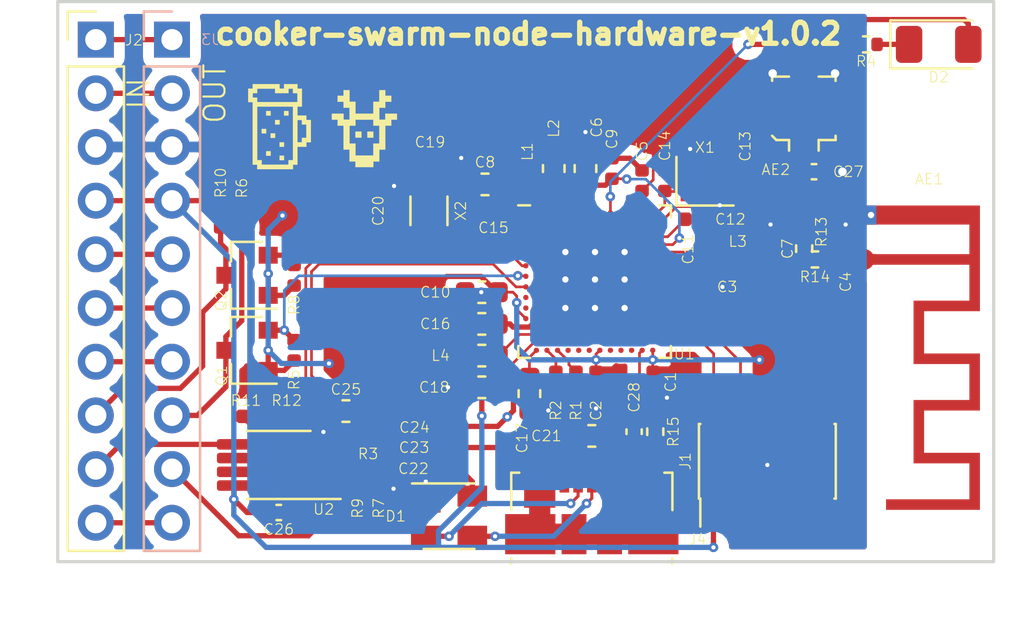
<source format=kicad_pcb>
(kicad_pcb (version 20211014) (generator pcbnew)
  (title_block (title "brewce Cooker Hardware") (date "2023-06-22") (rev "1.0.2") (company "Christian Hirsch") (comment 1 "Copyright 2023 Christian Hirsch") (comment 2 "SPDX-License-Identifier: Apache-2.0 WITH SHL-2.1"))
  (layers (0 "F.Cu" signal) (31 "B.Cu" signal) (34 "B.Paste" user) (35 "F.Paste" user) (36 "B.SilkS" user "B.Silkscreen") (37 "F.SilkS" user "F.Silkscreen") (38 "B.Mask" user) (39 "F.Mask" user) (44 "Edge.Cuts" user))
  (net 0 "")
  (net 1 "VCC")
  (net 2 "Net-(D1-Pad2)")
  (net 3 "/SWDCLK")
  (net 4 "/SWDIO")
  (net 5 "/D-")
  (net 6 "/D+")
  (net 7 "Net-(L1-Pad2)")
  (net 8 "/SWO")
  (net 9 "GND")
  (net 10 "Net-(D1-Pad3)")
  (net 11 "/DEC5")
  (net 12 "/DEC4")
  (net 13 "/ANT")
  (net 14 "/DEC3")
  (net 15 "/DEC1")
  (net 16 "/XC1")
  (net 17 "/XC2")
  (net 18 "/DECUSB")
  (net 19 "/XL1")
  (net 20 "/XL2")
  (net 21 "/DCC")
  (net 22 "/DCCH")
  (net 23 "VBUS")
  (net 24 "Net-(AE1-Pad1)")
  (net 25 "/cooker-swarm-node-hardware-components/V_USB")
  (net 26 "Net-(D2-Pad1)")
  (net 27 "/1")
  (net 28 "/2")
  (net 29 "+5V")
  (net 30 "/5")
  (net 31 "/6")
  (net 32 "/7")
  (net 33 "/IO_IN")
  (net 34 "/POWER_IN")
  (net 35 "/10")
  (net 36 "/POWER_OUT")
  (net 37 "/IO_OUT")
  (net 38 "/LV_IO_OUT")
  (net 39 "/LV_IO_IN")
  (net 40 "Net-(R3-Pad1)")
  (net 41 "Net-(R7-Pad1)")
  (net 42 "/LV_POWER_IN")
  (net 43 "Net-(R11-Pad1)")
  (net 44 "/LV_POWER_OUT")
  (net 45 "/LED")
  (net 46 "Net-(AE2-Pad1)")
  (net 47 "Net-(C7-Pad1)")
  (net 48 "Net-(C28-Pad1)")
  (footprint "Capacitor_SMD:C_0402_1005Metric" (layer "F.Cu") (at 144.25 104.1 180)
    (fp_text reference "C22")
    (fp_text value "100n")
  )
  (footprint "Capacitor_SMD:C_0402_1005Metric" (layer "F.Cu") (at 144.25 102.1 180)
    (fp_text reference "C24")
    (fp_text value "100n")
  )
  (footprint "Capacitor_SMD:C_0402_1005Metric" (layer "F.Cu") (at 151.2 100 -90)
    (fp_text reference "C2")
    (fp_text value "100n")
  )
  (footprint "Capacitor_SMD:C_0402_1005Metric" (layer "F.Cu") (at 153.375 90.475 90)
    (fp_text reference "C5")
    (fp_text value "100n")
  )
  (footprint "Capacitor_SMD:C_0402_1005Metric" (layer "F.Cu") (at 153.9 100 -90)
    (fp_text reference "C1")
    (fp_text value "100n")
  )
  (footprint "Capacitor_SMD:C_0402_1005Metric" (layer "F.Cu") (at 155.9 92.3)
    (fp_text reference "C12")
    (fp_text value "100p")
  )
  (footprint "Capacitor_SMD:C_0402_1005Metric" (layer "F.Cu") (at 158.25 90.5 90)
    (fp_text reference "C13")
    (fp_text value "12p")
  )
  (footprint "Capacitor_SMD:C_0402_1005Metric" (layer "F.Cu") (at 154.45 90.475 -90)
    (fp_text reference "C14")
    (fp_text value "12p")
  )
  (footprint "Capacitor_SMD:C_0402_1005Metric" (layer "F.Cu") (at 146.35 91.9 180)
    (fp_text reference "C15")
    (fp_text value "100n")
  )
  (footprint "Capacitor_SMD:C_0402_1005Metric" (layer "F.Cu") (at 143.35 89.4 180)
    (fp_text reference "C19")
    (fp_text value "12p")
  )
  (footprint "Capacitor_SMD:C_0402_1005Metric" (layer "F.Cu") (at 141.65 91.9 -90)
    (fp_text reference "C20")
    (fp_text value "12p")
  )
  (footprint "Inductor_SMD:L_0603_1608Metric" (layer "F.Cu") (at 149.2 89.9 -90)
    (fp_text reference "L2")
    (fp_text value "10u")
  )
  (footprint "Inductor_SMD:L_0603_1608Metric" (layer "F.Cu") (at 145.8 98.75)
    (fp_text reference "L4")
    (fp_text value "10u")
  )
  (footprint "Package_TO_SOT_SMD:SOT-143" (layer "F.Cu") (at 144.25 106.35)
    (fp_text reference "D1")
    (fp_text value "PRTR5V0U2X")
  )
  (footprint "Capacitor_SMD:C_0402_1005Metric" (layer "F.Cu") (at 159.45 93.715 90)
    (fp_text reference "C7")
    (fp_text value "0.5p")
  )
  (footprint "Capacitor_SMD:C_0402_1005Metric" (layer "F.Cu") (at 156 95.5)
    (fp_text reference "C3")
    (fp_text value "820p")
  )
  (footprint "Package_TO_SOT_SMD:SOT-23" (layer "F.Cu") (at 134.7 98.5 180)
    (fp_text reference "Q1")
    (fp_text value "BSS138")
  )
  (footprint "Resistor_SMD:R_0402_1005Metric" (layer "F.Cu") (at 136.925 94.95 90)
    (fp_text reference "R8")
    (fp_text value "10k")
  )
  (footprint "Capacitor_SMD:C_0402_1005Metric" (layer "F.Cu") (at 151.95 89.9 90)
    (fp_text reference "C9")
    (fp_text value "47n")
  )
  (footprint "RF_Antenna:Texas_SWRA117D_2.4GHz_Right" (layer "F.Cu") (at 164.2 94.2 -90)
    (fp_text reference "AE1")
    (fp_text value "Antenna_Shield")
  )
  (footprint "Resistor_SMD:R_0402_1005Metric" (layer "F.Cu") (at 139.925 104.575 90)
    (fp_text reference "R9")
    (fp_text value "6.8k")
  )
  (footprint "Package_TO_SOT_SMD:SOT-23" (layer "F.Cu") (at 134.7 94.95 180)
    (fp_text reference "Q2")
    (fp_text value "BSS138")
  )
  (footprint "Resistor_SMD:R_0402_1005Metric" (layer "F.Cu") (at 134.975 101.625)
    (fp_text reference "R11")
    (fp_text value "1k")
  )
  (footprint "Resistor_SMD:R_0402_1005Metric" (layer "F.Cu") (at 149.3 100 90)
    (fp_text reference "R2")
    (fp_text value "0")
  )
  (footprint "Capacitor_SMD:C_0603_1608Metric" (layer "F.Cu") (at 150.7 89.9 90)
    (fp_text reference "C6")
    (fp_text value "1u")
  )
  (footprint "Capacitor_SMD:C_0603_1608Metric" (layer "F.Cu") (at 145.95 90.65 180)
    (fp_text reference "C8")
    (fp_text value "1u")
  )
  (footprint "Capacitor_SMD:C_0603_1608Metric" (layer "F.Cu") (at 145.8 95.75 180)
    (fp_text reference "C10")
    (fp_text value "4.7u")
  )
  (footprint "Capacitor_SMD:C_0603_1608Metric" (layer "F.Cu") (at 148.05 100.55 -90)
    (fp_text reference "C17")
    (fp_text value "4.7u")
  )
  (footprint "Capacitor_SMD:C_0603_1608Metric" (layer "F.Cu") (at 151 102.55)
    (fp_text reference "C21")
    (fp_text value "10u")
  )
  (footprint "Inductor_SMD:L_0402_1005Metric" (layer "F.Cu") (at 157.9 94.2 180)
    (fp_text reference "L3")
    (fp_text value "4.7n")
  )
  (footprint "Crystal:Crystal_SMD_2016-4Pin_2.0x1.6mm" (layer "F.Cu") (at 156.35 90.5)
    (fp_text reference "X1")
    (fp_text value "32MHz, 8pF")
  )
  (footprint "Crystal:Crystal_SMD_3215-2Pin_3.2x1.5mm" (layer "F.Cu") (at 143.3 91.9 -90)
    (fp_text reference "X2")
    (fp_text value "32,768kHz, 9pF")
  )
  (footprint "Capacitor_SMD:C_0603_1608Metric" (layer "F.Cu") (at 145.8 97.25 180)
    (fp_text reference "C16")
    (fp_text value "4.7u")
  )
  (footprint "Resistor_SMD:R_0402_1005Metric" (layer "F.Cu") (at 150.25 100 -90)
    (fp_text reference "R1")
    (fp_text value "0")
  )
  (footprint "Capacitor_SMD:C_0402_1005Metric" (layer "F.Cu") (at 163 93.715 90)
    (fp_text reference "C4")
    (fp_text value "N.C.")
  )
  (footprint "Capacitor_SMD:C_0402_1005Metric" (layer "F.Cu") (at 156.35 93.715 90)
    (fp_text reference "C11")
    (fp_text value "0.8p")
  )
  (footprint "Inductor_SMD:L_0402_1005Metric" (layer "F.Cu") (at 147.95 90.45 90)
    (fp_text reference "L1")
    (fp_text value "15n")
  )
  (footprint "Connector_PinHeader_1.27mm:PinHeader_2x05_P1.27mm_Vertical_SMD" (layer "F.Cu") (at 159.3 103.75 90)
    (fp_text reference "J1")
    (fp_text value "Conn_ARM_JTAG_SWD_10")
  )
  (footprint "Resistor_SMD:R_0402_1005Metric" (layer "F.Cu") (at 140.425 102.65 180)
    (fp_text reference "R3")
    (fp_text value "100k")
  )
  (footprint "Resistor_SMD:R_0402_1005Metric" (layer "F.Cu") (at 136.925 98.5 90)
    (fp_text reference "R5")
    (fp_text value "10k")
  )
  (footprint "Resistor_SMD:R_0402_1005Metric" (layer "F.Cu") (at 134.45 92.2 -90)
    (fp_text reference "R6")
    (fp_text value "10k")
  )
  (footprint "Resistor_SMD:R_0402_1005Metric" (layer "F.Cu") (at 136.9 101.625)
    (fp_text reference "R12")
    (fp_text value "1.5k")
  )
  (footprint "Connector_USB:USB_Micro-B_Molex_47346-0001" (layer "F.Cu") (at 151 106)
    (fp_text reference "J4")
    (fp_text value "USB_B_Micro")
  )
  (footprint "Capacitor_SMD:C_0603_1608Metric" (layer "F.Cu") (at 139.375 101.375 180)
    (fp_text reference "C25")
    (fp_text value "1u")
  )
  (footprint "Connector_PinHeader_2.54mm:PinHeader_1x10_P2.54mm_Vertical" (layer "F.Cu") (at 127.55 83.8)
    (fp_text reference "J2")
    (fp_text value "Conn_INPUT")
  )
  (footprint "Capacitor_SMD:C_0402_1005Metric" (layer "F.Cu") (at 144.25 103.1 180)
    (fp_text reference "C23")
    (fp_text value "10n")
  )
  (footprint "Resistor_SMD:R_0402_1005Metric" (layer "F.Cu") (at 133.45 92.2 -90)
    (fp_text reference "R10")
    (fp_text value "10k (N.C.)")
  )
  (footprint "Capacitor_SMD:C_0603_1608Metric" (layer "F.Cu") (at 145.8 100.25 180)
    (fp_text reference "C18")
    (fp_text value "4.7u")
  )
  (footprint "Resistor_SMD:R_0402_1005Metric" (layer "F.Cu") (at 140.925 104.575 -90)
    (fp_text reference "R7")
    (fp_text value "10k")
  )
  (footprint "Package_DFN_QFN:Nordic_AQFN-73-1EP_7x7mm_P0.5mm" (layer "F.Cu") (at 151.13 95.25)
    (fp_text reference "U1")
    (fp_text value "nRF52840")
  )
  (footprint "Package_SO:MSOP-8_3x3mm_P0.65mm" (layer "F.Cu") (at 136.2 103.925 180)
    (fp_text reference "U2")
    (fp_text value "MCP6002-xMS")
  )
  (footprint "Misc:brewce_logo_1200" (layer "F.Cu") (at 136.025 88.025)
    (fp_text reference "G***" hide)
    (fp_text value "LOGO" hide)
  )
  (footprint "Misc:didee_logo_4.9x4" (layer "F.Cu") (at 140.25 88.025)
    (fp_text reference "G***" hide)
    (fp_text value "LOGO" hide)
  )
  (footprint "Capacitor_SMD:C_0402_1005Metric" (layer "F.Cu") (at 153 102.35 90)
    (fp_text reference "C28")
    (fp_text value "100n")
  )
  (footprint "Resistor_SMD:R_0402_1005Metric" (layer "F.Cu") (at 154 102.35 -90)
    (fp_text reference "R15")
    (fp_text value "10k")
  )
  (footprint "Resistor_SMD:R_0402_1005Metric" (layer "F.Cu") (at 163.975 84.025)
    (fp_text reference "R4")
    (fp_text value "10k")
  )
  (footprint "Capacitor_SMD:C_0402_1005Metric" (layer "F.Cu") (at 136.2 106.175)
    (fp_text reference "C26")
    (fp_text value "10n")
  )
  (footprint "Capacitor_SMD:C_0402_1005Metric" (layer "F.Cu") (at 161.505 90.05 180)
    (fp_text reference "C27")
    (fp_text value "N.C.")
  )
  (footprint "Resistor_SMD:R_0402_1005Metric" (layer "F.Cu") (at 161.04 93.69 90)
    (fp_text reference "R13")
    (fp_text value "0")
  )
  (footprint "Resistor_SMD:R_0402_1005Metric" (layer "F.Cu") (at 161.55 94.2 180)
    (fp_text reference "R14")
    (fp_text value "0")
  )
  (footprint "Connector_Coaxial:U.FL_Molex_MCRF_73412-0110_Vertical" (layer "F.Cu") (at 161.025 87.05)
    (fp_text reference "AE2")
    (fp_text value "Antenna_Shield")
  )
  (footprint "LED_SMD:LED_1206_3216Metric" (layer "F.Cu") (at 167.4 84.025)
    (fp_text reference "D2")
    (fp_text value "LED")
  )
  (footprint "Connector_PinSocket_2.54mm:PinSocket_1x10_P2.54mm_Vertical" (layer "B.Cu") (at 131.15 83.8 180)
    (fp_text reference "J3")
    (fp_text value "Conn_OUTPUT")
  )
  (gr_line (start 170 82) (end 170 108.5) (layer "Edge.Cuts") (width 0.15))
  (gr_line (start 125.75 82) (end 170 82) (layer "Edge.Cuts") (width 0.15))
  (gr_line (start 125.75 108.5) (end 125.75 82) (layer "Edge.Cuts") (width 0.15))
  (gr_line (start 170 108.5) (end 125.75 108.5) (layer "Edge.Cuts") (width 0.15))
  (gr_text "cooker-swarm-node-hardware-v1.0.2" (at 148 83.525) (layer "F.SilkS") (effects (font (size 1 1) (thickness 0.25))))
  (gr_text "IN" (at 129.575 86.35 90) (layer "F.SilkS") (effects (font (size 1 1) (thickness 0.1))))
  (gr_text "OUT" (at 133.175 86.35 90) (layer "F.SilkS") (effects (font (size 1 1) (thickness 0.1))))
  (segment (start 151.2 99) (end 151.2 98.68) (width 0.127) (layer "F.Cu") (net 1))
  (segment (start 153.88 99) (end 153.88 99.495) (width 0.127) (layer "F.Cu") (net 1))
  (segment (start 136.46 99.45) (end 136.925 98.985) (width 0.25) (layer "F.Cu") (net 1))
  (segment (start 146.507602 95.75) (end 145.762592 95.00499) (width 0.25) (layer "F.Cu") (net 1))
  (segment (start 147.88 91.7925) (end 146.7375 90.65) (width 0.25) (layer "F.Cu") (net 1))
  (segment (start 151.2 99.515) (end 151.2 99) (width 0.127) (layer "F.Cu") (net 1))
  (segment (start 136.46 95.9) (end 136.925 95.435) (width 0.25) (layer "F.Cu") (net 1))
  (segment (start 153.88 98.5) (end 153.88 99) (width 0.127) (layer "F.Cu") (net 1))
  (segment (start 135.7 94.875) (end 135.7 95.9) (width 0.25) (layer "F.Cu") (net 1))
  (segment (start 144.14501 95.00499) (end 144 95.15) (width 0.25) (layer "F.Cu") (net 1))
  (segment (start 135.7 99.45) (end 136.46 99.45) (width 0.25) (layer "F.Cu") (net 1))
  (segment (start 168.8 83.05) (end 168.6 82.85) (width 0.25) (layer "F.Cu") (net 1))
  (segment (start 147.45 96.25) (end 147.45 95.931802) (width 0.127) (layer "F.Cu") (net 1))
  (segment (start 147.2 95.75) (end 146.5875 95.75) (width 0.127) (layer "F.Cu") (net 1))
  (segment (start 147.45 96.57) (end 147.45 96.25) (width 0.127) (layer "F.Cu") (net 1))
  (segment (start 153.38 91.055) (end 153.45 90.985) (width 0.127) (layer "F.Cu") (net 1))
  (segment (start 153.375 90.96) (end 153.90351 90.43149) (width 0.127) (layer "F.Cu") (net 1))
  (segment (start 168.6 82.85) (end 163.45 82.85) (width 0.25) (layer "F.Cu") (net 1))
  (segment (start 168.8 84.025) (end 168.8 83.05) (width 0.25) (layer "F.Cu") (net 1))
  (segment (start 147.88 92.5) (end 147.88 91.7925) (width 0.25) (layer "F.Cu") (net 1))
  (segment (start 135.7 95.9) (end 136.46 95.9) (width 0.25) (layer "F.Cu") (net 1))
  (segment (start 153.38 92) (end 153.38 91.6) (width 0.127) (layer "F.Cu") (net 1))
  (segment (start 153.88 99.495) (end 153.9 99.515) (width 0.127) (layer "F.Cu") (net 1))
  (segment (start 146.5875 95.75) (end 146.507602 95.75) (width 0.25) (layer "F.Cu") (net 1))
  (segment (start 147.88 97) (end 147.45 96.57) (width 0.127) (layer "F.Cu") (net 1))
  (segment (start 135.7 99.45) (end 135.7 98.5) (width 0.25) (layer "F.Cu") (net 1))
  (segment (start 147.45 95.931802) (end 147.268198 95.75) (width 0.127) (layer "F.Cu") (net 1))
  (segment (start 145.762592 95.00499) (end 144.14501 95.00499) (width 0.25) (layer "F.Cu") (net 1))
  (segment (start 153.90351 90.43149) (end 153.90351 89.05351) (width 0.127) (layer "F.Cu") (net 1))
  (segment (start 147.268198 95.75) (end 147.2 95.75) (width 0.127) (layer "F.Cu") (net 1))
  (segment (start 151.2 98.68) (end 151.38 98.5) (width 0.127) (layer "F.Cu") (net 1))
  (segment (start 153.38 91.6) (end 153.38 91.055) (width 0.127) (layer "F.Cu") (net 1))
  (via (at 138.575 99.125) (size 0.45) (drill 0.2) (layers "F.Cu" "B.Cu") (net 1))
  (via (at 147.45 96.25) (size 0.45) (drill 0.2) (layers "F.Cu" "B.Cu") (net 1))
  (via (at 136.375 92.125) (size 0.45) (drill 0.2) (layers "F.Cu" "B.Cu") (net 1))
  (via (at 153.88 98.95) (size 0.45) (drill 0.2) (layers "F.Cu" "B.Cu") (net 1))
  (via (at 135.7 94.875) (size 0.45) (drill 0.2) (layers "F.Cu" "B.Cu") (net 1))
  (via (at 151.2 98.95) (size 0.45) (drill 0.2) (layers "F.Cu" "B.Cu") (net 1))
  (via (at 158.925 98.95) (size 0.45) (drill 0.2) (layers "F.Cu" "B.Cu") (net 1))
  (via (at 135.7 98.5) (size 0.45) (drill 0.2) (layers "F.Cu" "B.Cu") (net 1))
  (segment (start 136.325 99.125) (end 138.575 99.125) (width 0.25) (layer "B.Cu") (net 1))
  (segment (start 135.7 98.5) (end 135.7 94.875) (width 0.25) (layer "B.Cu") (net 1))
  (segment (start 135.7 92.8) (end 136.375 92.125) (width 0.25) (layer "B.Cu") (net 1))
  (segment (start 135.7 98.5) (end 136.325 99.125) (width 0.25) (layer "B.Cu") (net 1))
  (segment (start 153.88 98.95) (end 151.2 98.95) (width 0.25) (layer "B.Cu") (net 1))
  (segment (start 151.2 98.95) (end 148.05 98.95) (width 0.25) (layer "B.Cu") (net 1))
  (segment (start 148.05 98.95) (end 147.45 98.35) (width 0.25) (layer "B.Cu") (net 1))
  (segment (start 153.88 98.95) (end 158.925 98.95) (width 0.25) (layer "B.Cu") (net 1))
  (segment (start 147.45 98.35) (end 147.45 96.25) (width 0.25) (layer "B.Cu") (net 1))
  (segment (start 135.7 94.875) (end 135.7 92.8) (width 0.25) (layer "B.Cu") (net 1))
  (segment (start 150.35 105.4) (end 150 105.75) (width 0.145) (layer "F.Cu") (net 2))
  (segment (start 150.35 104.54) (end 150.35 105.4) (width 0.145) (layer "F.Cu") (net 2))
  (segment (start 150.35 104.54) (end 150.35 103.49174) (width 0.127) (layer "F.Cu") (net 2))
  (segment (start 143.15 107.3) (end 144.25 107.3) (width 0.25) (layer "F.Cu") (net 2))
  (segment (start 150.85851 102.98323) (end 150.85851 102.11677) (width 0.127) (layer "F.Cu") (net 2))
  (segment (start 149.3 101.1) (end 149.3 100.485) (width 0.127) (layer "F.Cu") (net 2))
  (segment (start 150.85851 102.11677) (end 150.59174 101.85) (width 0.127) (layer "F.Cu") (net 2))
  (segment (start 150.35 103.49174) (end 150.85851 102.98323) (width 0.127) (layer "F.Cu") (net 2))
  (segment (start 150.59174 101.85) (end 150.05 101.85) (width 0.127) (layer "F.Cu") (net 2))
  (segment (start 150.05 101.85) (end 149.3 101.1) (width 0.127) (layer "F.Cu") (net 2))
  (via (at 150 105.75) (size 0.45) (drill 0.2) (layers "F.Cu" "B.Cu") (net 2))
  (via (at 144.25 107.3) (size 0.45) (drill 0.2) (layers "F.Cu" "B.Cu") (net 2))
  (segment (start 150 105.75) (end 145.8 105.75) (width 0.25) (layer "B.Cu") (net 2))
  (segment (start 145.8 105.75) (end 144.25 107.3) (width 0.25) (layer "B.Cu") (net 2))
  (segment (start 156.475 97.5) (end 158.03 99.055) (width 0.127) (layer "F.Cu") (net 3))
  (segment (start 158.03 99.055) (end 158.03 101.8) (width 0.127) (layer "F.Cu") (net 3))
  (segment (start 154.38 97.5) (end 156.475 97.5) (width 0.127) (layer "F.Cu") (net 3))
  (segment (start 156.76 98.66) (end 156.1 98) (width 0.127) (layer "F.Cu") (net 4))
  (segment (start 156.1 98) (end 154.38 98) (width 0.127) (layer "F.Cu") (net 4))
  (segment (start 156.76 101.8) (end 156.76 98.66) (width 0.127) (layer "F.Cu") (net 4))
  (segment (start 149.3 99.515) (end 149.3 98.92) (width 0.127) (layer "F.Cu") (net 5))
  (segment (start 149.3 98.92) (end 148.88 98.5) (width 0.127) (layer "F.Cu") (net 5))
  (segment (start 149.915832 99.180832) (end 149.915832 99.035832) (width 0.127) (layer "F.Cu") (net 6))
  (segment (start 149.915832 99.035832) (end 149.504999 98.624999) (width 0.127) (layer "F.Cu") (net 6))
  (segment (start 150.25 99.515) (end 149.915832 99.180832) (width 0.127) (layer "F.Cu") (net 6))
  (segment (start 149.504999 98.624999) (end 149.38 98.5) (width 0.127) (layer "F.Cu") (net 6))
  (segment (start 148.3475 89.965) (end 149.2 89.1125) (width 0.25) (layer "F.Cu") (net 7))
  (segment (start 147.95 89.965) (end 148.3475 89.965) (width 0.25) (layer "F.Cu") (net 7))
  (segment (start 154.8 101.175) (end 155.4 101.775) (width 0.127) (layer "F.Cu") (net 8))
  (segment (start 153.255001 98.624999) (end 153.255001 100.905001) (width 0.127) (layer "F.Cu") (net 8))
  (segment (start 153.38 98.5) (end 153.255001 98.624999) (width 0.127) (layer "F.Cu") (net 8))
  (segment (start 159.058501 103.491499) (end 159.3 103.25) (width 0.127) (layer "F.Cu") (net 8))
  (segment (start 153.255001 100.905001) (end 153.525 101.175) (width 0.127) (layer "F.Cu") (net 8))
  (segment (start 159.3 103.25) (end 159.3 101.8) (width 0.127) (layer "F.Cu") (net 8))
  (segment (start 155.4 101.775) (end 155.4 102.775) (width 0.127) (layer "F.Cu") (net 8))
  (segment (start 153.525 101.175) (end 154.8 101.175) (width 0.127) (layer "F.Cu") (net 8))
  (segment (start 155.4 102.775) (end 156.116499 103.491499) (width 0.127) (layer "F.Cu") (net 8))
  (segment (start 156.116499 103.491499) (end 159.058501 103.491499) (width 0.127) (layer "F.Cu") (net 8))
  (segment (start 144.825 89.4) (end 145.1625 89.7375) (width 0.25) (layer "F.Cu") (net 9))
  (segment (start 143.15 104.715) (end 143.765 104.1) (width 0.25) (layer "F.Cu") (net 9))
  (segment (start 157.05 91.635) (end 157.05 91.05) (width 0.25) (layer "F.Cu") (net 9))
  (segment (start 159.3 103.925) (end 159 103.925) (width 0.25) (layer "F.Cu") (net 9))
  (segment (start 138.3125 102.3625) (end 138.5875 102.0875) (width 0.127) (layer "F.Cu") (net 9))
  (segment (start 159.55 87.05) (end 159.55 85.4) (width 0.25) (layer "F.Cu") (net 9))
  (segment (start 153.375 89.99) (end 152.8 89.415) (width 0.25) (layer "F.Cu") (net 9))
  (segment (start 161.84 105.7) (end 161.84 104.25) (width 0.25) (layer "F.Cu") (net 9))
  (segment (start 145.0125 95.75) (end 145.775 95.75) (width 0.25) (layer "F.Cu") (net 9))
  (segment (start 150.7 89.1125) (end 150.7 88.175) (width 0.25) (layer "F.Cu") (net 9))
  (segment (start 143.15 105.58) (end 143.15 104.715) (width 0.25) (layer "F.Cu") (net 9))
  (segment (start 148.05 101.3375) (end 148.934326 101.3375) (width 0.25) (layer "F.Cu") (net 9))
  (segment (start 151.6475 89.1125) (end 151.95 89.415) (width 0.25) (layer "F.Cu") (net 9))
  (segment (start 138.5875 102.0875) (end 138.3125 102.3625) (width 0.127) (layer "F.Cu") (net 9))
  (segment (start 141.615 105.06) (end 141.625 105.05) (width 0.127) (layer "F.Cu") (net 9))
  (segment (start 145.0125 100.25) (end 144.2 100.25) (width 0.25) (layer "F.Cu") (net 9))
  (segment (start 164.2 92.1) (end 163.45 92.1) (width 0.25) (layer "F.Cu") (net 9))
  (segment (start 161.515 103.925) (end 159.3 103.925) (width 0.25) (layer "F.Cu") (net 9))
  (segment (start 143.765 104.1) (end 143.765 103.1) (width 0.25) (layer "F.Cu") (net 9))
  (segment (start 155.73 93.85) (end 156.35 93.23) (width 0.127) (layer "F.Cu") (net 9))
  (segment (start 137.8 101.625) (end 138.05 101.375) (width 0.127) (layer "F.Cu") (net 9))
  (segment (start 151.7875 102.55) (end 151.7875 103.125) (width 0.25) (layer "F.Cu") (net 9))
  (segment (start 158.185 91.05) (end 158.25 90.985) (width 0.127) (layer "F.Cu") (net 9))
  (segment (start 128.752081 88.88) (end 131.15 88.88) (width 0.25) (layer "F.Cu") (net 9))
  (segment (start 148.934326 101.3375) (end 148.943579 101.346753) (width 0.25) (layer "F.Cu") (net 9))
  (segment (start 137.385 101.625) (end 137.8 101.625) (width 0.127) (layer "F.Cu") (net 9))
  (segment (start 157.05 91.05) (end 158.185 91.05) (width 0.127) (layer "F.Cu") (net 9))
  (segment (start 161.84 104.25) (end 161.515 103.925) (width 0.25) (layer "F.Cu") (net 9))
  (segment (start 161.985 90.05) (end 162.85 90.05) (width 0.25) (layer "F.Cu") (net 9))
  (segment (start 162.5 87.05) (end 162.5 85.4) (width 0.25) (layer "F.Cu") (net 9))
  (segment (start 149.63 92.5) (end 149.63 93.3718) (width 0.25) (layer "F.Cu") (net 9))
  (segment (start 154.45 89.99) (end 155.61 89.99) (width 0.25) (layer "F.Cu") (net 9))
  (segment (start 145.865 91.3525) (end 145.1625 90.65) (width 0.25) (layer "F.Cu") (net 9))
  (segment (start 143.765 103.1) (end 143.765 102.1) (width 0.25) (layer "F.Cu") (net 9))
  (segment (start 159.45 93.23) (end 159.45 92.55) (width 0.25) (layer "F.Cu") (net 9))
  (segment (start 153.9 100.485) (end 154.2935 100.485) (width 0.127) (layer "F.Cu") (net 9))
  (segment (start 151.2 100.485) (end 151.2 101.25) (width 0.25) (layer "F.Cu") (net 9))
  (segment (start 153.88 93.75) (end 153.25 93.75) (width 0.25) (layer "F.Cu") (net 9))
  (segment (start 162.5 85.4) (end 161.175 85.4) (width 0.25) (layer "F.Cu") (net 9))
  (segment (start 152.8 89.415) (end 151.95 89.415) (width 0.25) (layer "F.Cu") (net 9))
  (segment (start 158.03 104.25) (end 158.355 103.925) (width 0.25) (layer "F.Cu") (net 9))
  (segment (start 159.3 104.225) (end 159.3 103.925) (width 0.25) (layer "F.Cu") (net 9))
  (segment (start 138.3125 102.3625) (end 138.3125 102.95) (width 0.127) (layer "F.Cu") (net 9))
  (segment (start 163 93.23) (end 163 92.55) (width 0.25) (layer "F.Cu") (net 9))
  (segment (start 154.2935 100.485) (end 154.55 100.7415) (width 0.127) (layer "F.Cu") (net 9))
  (segment (start 136.68 106.175) (end 136.68 103.67) (width 0.25) (layer "F.Cu") (net 9))
  (segment (start 152.3 103.6375) (end 152.3 104.54) (width 0.25) (layer "F.Cu") (net 9))
  (segment (start 140.925 105.06) (end 141.615 105.06) (width 0.127) (layer "F.Cu") (net 9))
  (segment (start 156.485 95.5) (end 157.175 95.5) (width 0.25) (layer "F.Cu") (net 9))
  (segment (start 150.7 89.1125) (end 151.6475 89.1125) (width 0.25) (layer "F.Cu") (net 9))
  (segment (start 156.385 92.3) (end 157.05 91.635) (width 0.25) (layer "F.Cu") (net 9))
  (segment (start 161.175 85.4) (end 161.025 85.55) (width 0.25) (layer "F.Cu") (net 9))
  (segment (start 145.865 91.9) (end 145.865 91.3525) (width 0.25) (layer "F.Cu") (net 9))
  (segment (start 151.7875 103.125) (end 152.3 103.6375) (width 0.25) (layer "F.Cu") (net 9))
  (segment (start 127.55 88.88) (end 128.752081 88.88) (width 0.25) (layer "F.Cu") (net 9))
  (segment (start 145.0125 97.25) (end 145.0125 95.75) (width 0.25) (layer "F.Cu") (net 9))
  (segment (start 153.97 101.87) (end 154 101.84) (width 0.25) (layer "F.Cu") (net 9))
  (segment (start 153.88 93.75) (end 154.1 93.75) (width 0.127) (layer "F.Cu") (net 9))
  (segment (start 159.3 104.225) (end 159.3 105.7) (width 0.25) (layer "F.Cu") (net 9))
  (segment (start 151.7875 102.55) (end 152.32 102.55) (width 0.25) (layer "F.Cu") (net 9))
  (segment (start 155.65 89.95) (end 155.65 88.975) (width 0.25) (layer "F.Cu") (net 9))
  (segment (start 136.68 103.67) (end 137.4 102.95) (width 0.25) (layer "F.Cu") (net 9))
  (segment (start 155.61 89.99) (end 155.65 89.95) (width 0.25) (layer "F.Cu") (net 9))
  (segment (start 145.1625 89.7375) (end 144.825 89.4) (width 0.25) (layer "F.Cu") (net 9))
  (segment (start 154.2 93.85) (end 155.73 93.85) (width 0.127) (layer "F.Cu") (net 9))
  (segment (start 160.875 85.4) (end 161.025 85.55) (width 0.25) (layer "F.Cu") (net 9))
  (segment (start 151.7875 101.8375) (end 151.7875 102.55) (width 0.25) (layer "F.Cu") (net 9))
  (segment (start 138.5875 102.0875) (end 138.5875 101.375) (width 0.127) (layer "F.Cu") (net 9))
  (segment (start 141.65 91.415) (end 141.65 90.725) (width 0.25) (layer "F.Cu") (net 9))
  (segment (start 144.825 89.4) (end 143.835 89.4) (width 0.25) (layer "F.Cu") (net 9))
  (segment (start 138.05 101.375) (end 138.5875 101.375) (width 0.127) (layer "F.Cu") (net 9))
  (segment (start 137.4 102.95) (end 138.3125 102.95) (width 0.25) (layer "F.Cu") (net 9))
  (segment (start 152.32 102.55) (end 153 101.87) (width 0.25) (layer "F.Cu") (net 9))
  (segment (start 158.355 103.925) (end 159.3 103.925) (width 0.25) (layer "F.Cu") (net 9))
  (segment (start 159.3 103.925) (end 159 103.925) (width 0.25) (layer "F.Cu") (net 9))
  (segment (start 154.1 93.75) (end 154.2 93.85) (width 0.127) (layer "F.Cu") (net 9))
  (segment (start 159.55 85.4) (end 160.875 85.4) (width 0.25) (layer "F.Cu") (net 9))
  (segment (start 153.25 93.75) (end 153 93.5) (width 0.25) (layer "F.Cu") (net 9))
  (segment (start 153 101.87) (end 153.97 101.87) (width 0.25) (layer "F.Cu") (net 9))
  (segment (start 145.1625 90.65) (end 145.1625 89.7375) (width 0.25) (layer "F.Cu") (net 9))
  (segment (start 158.03 105.7) (end 158.03 104.25) (width 0.25) (layer "F.Cu") (net 9))
  (segment (start 163.45 92.1) (end 163 92.55) (width 0.25) (layer "F.Cu") (net 9))
  (segment (start 151.2 101.25) (end 151.7875 101.8375) (width 0.25) (layer "F.Cu") (net 9))
  (segment (start 149.63 93.3718) (end 149.606 93.3958) (width 0.25) (layer "F.Cu") (net 9))
  (via (at 151.15 95.15) (size 0.6) (drill 0.3) (layers "F.Cu" "B.Cu") (net 9))
  (via (at 162.85 90.05) (size 0.8) (drill 0.4) (layers "F.Cu" "B.Cu") (net 9))
  (via (at 143.15 104.715) (size 0.45) (drill 0.2) (layers "F.Cu" "B.Cu") (net 9))
  (via (at 144.825 89.4) (size 0.45) (drill 0.2) (layers "F.Cu" "B.Cu") (net 9))
  (via (at 138.3125 102.3625) (size 0.45) (drill 0.2) (layers "F.Cu" "B.Cu") (net 9))
  (via (at 152.55 95.15) (size 0.6) (drill 0.3) (layers "F.Cu" "B.Cu") (net 9))
  (via (at 151.15 96.5) (size 0.6) (drill 0.3) (layers "F.Cu" "B.Cu") (net 9))
  (via (at 151.15 93.85) (size 0.6) (drill 0.3) (layers "F.Cu" "B.Cu") (net 9))
  (via (at 155.65 88.975) (size 0.45) (drill 0.2) (layers "F.Cu" "B.Cu") (net 9))
  (via (at 145.775 95.75) (size 0.45) (drill 0.2) (layers "F.Cu" "B.Cu") (net 9))
  (via (at 152.55 93.85) (size 0.6) (drill 0.3) (layers "F.Cu" "B.Cu") (net 9))
  (via (at 149.75 96.5) (size 0.6) (drill 0.3) (layers "F.Cu" "B.Cu") (net 9))
  (via (at 157.175 95.5) (size 0.45) (drill 0.2) (layers "F.Cu" "B.Cu") (net 9))
  (via (at 150.7 88.175) (size 0.45) (drill 0.2) (layers "F.Cu" "B.Cu") (net 9))
  (via (at 141.65 90.725) (size 0.45) (drill 0.2) (layers "F.Cu" "B.Cu") (net 9))
  (via (at 159.3 103.925) (size 0.45) (drill 0.2) (layers "F.Cu" "B.Cu") (net 9))
  (via (at 152.55 96.5) (size 0.6) (drill 0.3) (layers "F.Cu" "B.Cu") (net 9))
  (via (at 141.625 105.05) (size 0.45) (drill 0.2) (layers "F.Cu" "B.Cu") (net 9))
  (via (at 159.55 85.4) (size 0.8) (drill 0.4) (layers "F.Cu" "B.Cu") (net 9))
  (via (at 159.45 92.55) (size 0.45) (drill 0.2) (layers "F.Cu" "B.Cu") (net 9))
  (via (at 148.943579 101.346753) (size 0.45) (drill 0.2) (layers "F.Cu" "B.Cu") (net 9))
  (via (at 154.55 100.7415) (size 0.45) (drill 0.2) (layers "F.Cu" "B.Cu") (net 9))
  (via (at 149.75 95.15) (size 0.6) (drill 0.3) (layers "F.Cu" "B.Cu") (net 9))
  (via (at 157.05 91.635) (size 0.45) (drill 0.2) (layers "F.Cu" "B.Cu") (net 9))
  (via (at 162.5 85.4) (size 0.8) (drill 0.4) (layers "F.Cu" "B.Cu") (net 9))
  (via (at 149.75 93.85) (size 0.6) (drill 0.3) (layers "F.Cu" "B.Cu") (net 9))
  (via (at 151.2 101.25) (size 0.45) (drill 0.2) (layers "F.Cu" "B.Cu") (net 9))
  (via (at 163 92.55) (size 0.45) (drill 0.2) (layers "F.Cu" "B.Cu") (net 9))
  (via (at 144.2 100.25) (size 0.45) (drill 0.2) (layers "F.Cu" "B.Cu") (net 9))
  (segment (start 151.130519 103.592481) (end 151.130519 101.930519) (width 0.127) (layer "F.Cu") (net 10))
  (segment (start 151 103.723) (end 151.130519 103.592481) (width 0.127) (layer "F.Cu") (net 10))
  (segment (start 151 104.54) (end 151 105.5) (width 0.145) (layer "F.Cu") (net 10))
  (segment (start 151 105.5) (end 150.75 105.75) (width 0.145) (layer "F.Cu") (net 10))
  (segment (start 151 104.54) (end 151 103.723) (width 0.127) (layer "F.Cu") (net 10))
  (segment (start 145.35 107.3) (end 146.425 107.3) (width 0.25) (layer "F.Cu") (net 10))
  (segment (start 150.25 101.05) (end 150.25 100.485) (width 0.127) (layer "F.Cu") (net 10))
  (segment (start 151.130519 101.930519) (end 150.25 101.05) (width 0.127) (layer "F.Cu") (net 10))
  (via (at 146.425 107.3) (size 0.45) (drill 0.2) (layers "F.Cu" "B.Cu") (net 10))
  (via (at 150.75 105.75) (size 0.45) (drill 0.2) (layers "F.Cu" "B.Cu") (net 10))
  (segment (start 146.425 107.3) (end 149.2 107.3) (width 0.25) (layer "B.Cu") (net 10))
  (segment (start 149.2 107.3) (end 150.75 105.75) (width 0.25) (layer "B.Cu") (net 10))
  (segment (start 154.38 95.5) (end 155.515 95.5) (width 0.127) (layer "F.Cu") (net 11))
  (segment (start 149.13 92.5) (end 149.13 90.7575) (width 0.127) (layer "F.Cu") (net 12))
  (segment (start 152.635 90.385) (end 152.65 90.4) (width 0.127) (layer "F.Cu") (net 12))
  (segment (start 149.13 90.7575) (end 149.2 90.6875) (width 0.127) (layer "F.Cu") (net 12))
  (segment (start 151.6475 90.6875) (end 151.95 90.385) (width 0.25) (layer "F.Cu") (net 12))
  (segment (start 155.139031 93.189031) (end 154.828062 93.5) (width 0.127) (layer "F.Cu") (net 12))
  (segment (start 154.828062 93.5) (end 154.38 93.5) (width 0.127) (layer "F.Cu") (net 12))
  (segment (start 149.2 90.6875) (end 150.7 90.6875) (width 0.25) (layer "F.Cu") (net 12))
  (segment (start 150.7 90.6875) (end 151.6475 90.6875) (width 0.25) (layer "F.Cu") (net 12))
  (segment (start 151.95 90.385) (end 152.635 90.385) (width 0.127) (layer "F.Cu") (net 12))
  (segment (start 151.965 90.4) (end 151.95 90.385) (width 0.127) (layer "F.Cu") (net 12))
  (via (at 155.139031 93.189031) (size 0.45) (drill 0.2) (layers "F.Cu" "B.Cu") (net 12))
  (via (at 152.65 90.4) (size 0.45) (drill 0.2) (layers "F.Cu" "B.Cu") (net 12))
  (segment (start 153.55 90.4) (end 155.139031 91.989031) (width 0.127) (layer "B.Cu") (net 12))
  (segment (start 152.65 90.4) (end 153.55 90.4) (width 0.127) (layer "B.Cu") (net 12))
  (segment (start 155.139031 91.989031) (end 155.139031 93.189031) (width 0.127) (layer "B.Cu") (net 12))
  (segment (start 156.35 94.2) (end 157.415 94.2) (width 0.5) (layer "F.Cu") (net 13))
  (segment (start 156.3 94.15) (end 156.35 94.2) (width 0.127) (layer "F.Cu") (net 13))
  (segment (start 154.2 94.15) (end 156.3 94.15) (width 0.127) (layer "F.Cu") (net 13))
  (segment (start 153.88 94.25) (end 154.1 94.25) (width 0.127) (layer "F.Cu") (net 13))
  (segment (start 154.1 94.25) (end 154.2 94.15) (width 0.127) (layer "F.Cu") (net 13))
  (segment (start 153.88 93.25) (end 154.004999 93.125001) (width 0.127) (layer "F.Cu") (net 14))
  (segment (start 154.004999 93.125001) (end 154.589999 93.125001) (width 0.127) (layer "F.Cu") (net 14))
  (segment (start 155.080832 92.634168) (end 155.415 92.3) (width 0.127) (layer "F.Cu") (net 14))
  (segment (start 154.589999 93.125001) (end 155.080832 92.634168) (width 0.127) (layer "F.Cu") (net 14))
  (segment (start 147.3 93) (end 146.835 92.535) (width 0.127) (layer "F.Cu") (net 15))
  (segment (start 146.835 92.535) (end 146.835 91.9) (width 0.127) (layer "F.Cu") (net 15))
  (segment (start 147.88 93) (end 147.3 93) (width 0.127) (layer "F.Cu") (net 15))
  (segment (start 154.38 92.323224) (end 155.003224 91.7) (width 0.127) (layer "F.Cu") (net 16))
  (segment (start 155.003224 91.7) (end 156.225302 91.7) (width 0.127) (layer "F.Cu") (net 16))
  (segment (start 158.25 90.015) (end 157.115 90.015) (width 0.127) (layer "F.Cu") (net 16))
  (segment (start 156.35 91.575302) (end 156.35 90.6) (width 0.127) (layer "F.Cu") (net 16))
  (segment (start 156.35 90.6) (end 157 89.95) (width 0.127) (layer "F.Cu") (net 16))
  (segment (start 157 89.95) (end 157.05 89.95) (width 0.127) (layer "F.Cu") (net 16))
  (segment (start 156.225302 91.7) (end 156.35 91.575302) (width 0.127) (layer "F.Cu") (net 16))
  (segment (start 154.38 92.5) (end 154.38 92.323224) (width 0.127) (layer "F.Cu") (net 16))
  (segment (start 157.115 90.015) (end 157.05 89.95) (width 0.127) (layer "F.Cu") (net 16))
  (segment (start 155.585 90.985) (end 155.65 91.05) (width 0.127) (layer "F.Cu") (net 17))
  (segment (start 153.88 92) (end 154.1 92) (width 0.127) (layer "F.Cu") (net 17))
  (segment (start 154.45 91.65) (end 154.45 90.985) (width 0.127) (layer "F.Cu") (net 17))
  (segment (start 154.1 92) (end 154.45 91.65) (width 0.127) (layer "F.Cu") (net 17))
  (segment (start 154.45 90.985) (end 155.585 90.985) (width 0.127) (layer "F.Cu") (net 17))
  (segment (start 147.23351 99.152908) (end 147.23351 99.60399) (width 0.127) (layer "F.Cu") (net 18))
  (segment (start 149.13 98) (end 148.953224 98) (width 0.127) (layer "F.Cu") (net 18))
  (segment (start 147.23351 99.60399) (end 147.049112 99.788388) (width 0.127) (layer "F.Cu") (net 18))
  (segment (start 148.219919 98.166499) (end 147.23351 99.152908) (width 0.127) (layer "F.Cu") (net 18))
  (segment (start 148.953224 98) (end 148.786725 98.166499) (width 0.127) (layer "F.Cu") (net 18))
  (segment (start 148.786725 98.166499) (end 148.219919 98.166499) (width 0.127) (layer "F.Cu") (net 18))
  (segment (start 147.049112 99.788388) (end 146.5875 100.25) (width 0.127) (layer "F.Cu") (net 18))
  (segment (start 143.3 90.65) (end 143.3 89.835) (width 0.127) (layer "F.Cu") (net 19))
  (segment (start 148.38 93.25) (end 148.203224 93.25) (width 0.127) (layer "F.Cu") (net 19))
  (segment (start 148.203224 93.25) (end 148.119723 93.333501) (width 0.127) (layer "F.Cu") (net 19))
  (segment (start 146.383501 93.333501) (end 143.7 90.65) (width 0.127) (layer "F.Cu") (net 19))
  (segment (start 143.7 90.65) (end 143.3 90.65) (width 0.127) (layer "F.Cu") (net 19))
  (segment (start 148.119723 93.333501) (end 146.383501 93.333501) (width 0.127) (layer "F.Cu") (net 19))
  (segment (start 143.3 89.835) (end 142.865 89.4) (width 0.127) (layer "F.Cu") (net 19))
  (segment (start 148.38 93.75) (end 148.123582 93.75) (width 0.127) (layer "F.Cu") (net 20))
  (segment (start 144.782511 93.605511) (end 144.327 93.15) (width 0.127) (layer "F.Cu") (net 20))
  (segment (start 142.9 93.15) (end 142.135 92.385) (width 0.127) (layer "F.Cu") (net 20))
  (segment (start 147.979093 93.605511) (end 144.782511 93.605511) (width 0.127) (layer "F.Cu") (net 20))
  (segment (start 144.327 93.15) (end 143.3 93.15) (width 0.127) (layer "F.Cu") (net 20))
  (segment (start 148.123582 93.75) (end 147.979093 93.605511) (width 0.127) (layer "F.Cu") (net 20))
  (segment (start 142.135 92.385) (end 142.07 92.385) (width 0.127) (layer "F.Cu") (net 20))
  (segment (start 142.07 92.385) (end 141.65 92.385) (width 0.127) (layer "F.Cu") (net 20))
  (segment (start 143.3 93.15) (end 142.9 93.15) (width 0.127) (layer "F.Cu") (net 20))
  (segment (start 148.63 92.5) (end 148.63 91.615) (width 0.127) (layer "F.Cu") (net 21))
  (segment (start 148.63 91.615) (end 147.95 90.935) (width 0.127) (layer "F.Cu") (net 21))
  (segment (start 148.38 97.75) (end 147.5875 97.75) (width 0.127) (layer "F.Cu") (net 22))
  (segment (start 147.5875 97.75) (end 146.5875 98.75) (width 0.127) (layer "F.Cu") (net 22))
  (segment (start 147 101.65) (end 147.29501 101.35499) (width 0.25) (layer "F.Cu") (net 23))
  (segment (start 144.735 102.1) (end 146.55 102.1) (width 0.25) (layer "F.Cu") (net 23))
  (segment (start 147.29501 100.51749) (end 147.588388 100.224112) (width 0.25) (layer "F.Cu") (net 23))
  (segment (start 148.05 98.83) (end 148.38 98.5) (width 0.127) (layer "F.Cu") (net 23))
  (segment (start 146.55 102.1) (end 147 101.65) (width 0.25) (layer "F.Cu") (net 23))
  (segment (start 147.29501 101.35499) (end 147.29501 100.51749) (width 0.25) (layer "F.Cu") (net 23))
  (segment (start 147.588388 100.224112) (end 148.05 99.7625) (width 0.25) (layer "F.Cu") (net 23))
  (segment (start 148.05 99.7625) (end 148.05 98.83) (width 0.127) (layer "F.Cu") (net 23))
  (via (at 147 101.65) (size 0.45) (drill 0.2) (layers "F.Cu" "B.Cu") (net 23))
  (segment (start 163 94.2) (end 162.18501 94.2) (width 1) (layer "F.Cu") (net 24))
  (segment (start 163.42 94.2) (end 163.85499 94.2) (width 1) (layer "F.Cu") (net 24))
  (segment (start 163 94.2) (end 163.42 94.2) (width 1) (layer "F.Cu") (net 24))
  (segment (start 145.35 105.4) (end 145.35 104.715) (width 0.25) (layer "F.Cu") (net 25))
  (segment (start 150.2125 103.125) (end 149.7 103.6375) (width 0.25) (layer "F.Cu") (net 25))
  (segment (start 145.35 104.715) (end 144.735 104.1) (width 0.25) (layer "F.Cu") (net 25))
  (segment (start 144.735 103.1) (end 147.55 103.1) (width 0.25) (layer "F.Cu") (net 25))
  (segment (start 147.55 103.1) (end 148.1 102.55) (width 0.25) (layer "F.Cu") (net 25))
  (segment (start 150.2125 102.55) (end 150.2125 103.125) (width 0.25) (layer "F.Cu") (net 25))
  (segment (start 144.735 104.1) (end 144.735 103.1) (width 0.25) (layer "F.Cu") (net 25))
  (segment (start 149.7 103.6375) (end 149.7 104.54) (width 0.25) (layer "F.Cu") (net 25))
  (segment (start 148.1 102.55) (end 150.2125 102.55) (width 0.25) (layer "F.Cu") (net 25))
  (segment (start 166 84.025) (end 164.485 84.025) (width 0.25) (layer "F.Cu") (net 26))
  (segment (start 127.55 83.8) (end 131.15 83.8) (width 0.25) (layer "F.Cu") (net 27))
  (segment (start 127.55 86.34) (end 128.752081 86.34) (width 0.25) (layer "F.Cu") (net 28))
  (segment (start 128.752081 86.34) (end 131.15 86.34) (width 0.25) (layer "F.Cu") (net 28))
  (segment (start 135.72 106.175) (end 134.7 106.175) (width 0.25) (layer "F.Cu") (net 29))
  (segment (start 133.45 91.715) (end 134.45 91.715) (width 0.25) (layer "F.Cu") (net 29))
  (segment (start 131.15 91.42) (end 133.155 91.42) (width 0.25) (layer "F.Cu") (net 29))
  (segment (start 134.0875 105.5375) (end 134.075 105.55) (width 0.25) (layer "F.Cu") (net 29))
  (segment (start 134.0875 104.9) (end 134.0875 105.5375) (width 0.25) (layer "F.Cu") (net 29))
  (segment (start 147.275 97.4) (end 147.125 97.25) (width 0.25) (layer "F.Cu") (net 29))
  (segment (start 128.752081 91.42) (end 131.15 91.42) (width 0.25) (layer "F.Cu") (net 29))
  (segment (start 133.155 91.42) (end 133.45 91.715) (width 0.25) (layer "F.Cu") (net 29))
  (segment (start 146.5875 97.25) (end 145.8 98.0375) (width 0.25) (layer "F.Cu") (net 29))
  (segment (start 156.75 107.825) (end 156.75 105.71) (width 0.25) (layer "F.Cu") (net 29))
  (segment (start 148.053224 97.4) (end 147.275 97.4) (width 0.25) (layer "F.Cu") (net 29))
  (segment (start 148.38 97.25) (end 148.203224 97.25) (width 0.25) (layer "F.Cu") (net 29))
  (segment (start 156.75 105.71) (end 156.76 105.7) (width 0.25) (layer "F.Cu") (net 29))
  (segment (start 145.8 98.0375) (end 145.8 101.605) (width 0.25) (layer "F.Cu") (net 29))
  (segment (start 147.125 97.25) (end 146.5875 97.25) (width 0.25) (layer "F.Cu") (net 29))
  (segment (start 148.203224 97.25) (end 148.053224 97.4) (width 0.25) (layer "F.Cu") (net 29))
  (segment (start 127.55 91.42) (end 128.752081 91.42) (width 0.25) (layer "F.Cu") (net 29))
  (segment (start 134.7 106.175) (end 134.075 105.55) (width 0.25) (layer "F.Cu") (net 29))
  (via (at 145.8 101.605) (size 0.45) (drill 0.2) (layers "F.Cu" "B.Cu") (net 29))
  (via (at 156.75 107.825) (size 0.45) (drill 0.2) (layers "F.Cu" "B.Cu") (net 29))
  (via (at 134.075 105.55) (size 0.45) (drill 0.2) (layers "F.Cu" "B.Cu") (net 29))
  (segment (start 134.075 105.55) (end 134.075 94.345) (width 0.25) (layer "B.Cu") (net 29))
  (segment (start 134.075 105.55) (end 134.075 106.3) (width 0.25) (layer "B.Cu") (net 29))
  (segment (start 134.075 106.3) (end 135.6 107.825) (width 0.25) (layer "B.Cu") (net 29))
  (segment (start 135.875 107.825) (end 143.75 107.825) (width 0.25) (layer "B.Cu") (net 29))
  (segment (start 135.6 107.825) (end 135.875 107.825) (width 0.25) (layer "B.Cu") (net 29))
  (segment (start 145.8 105) (end 143.754999 107.045001) (width 0.25) (layer "B.Cu") (net 29))
  (segment (start 143.754999 107.820001) (end 143.75 107.825) (width 0.25) (layer "B.Cu") (net 29))
  (segment (start 143.75 107.825) (end 144.042398 107.825) (width 0.25) (layer "B.Cu") (net 29))
  (segment (start 144.042398 107.825) (end 156.75 107.825) (width 0.25) (layer "B.Cu") (net 29))
  (segment (start 145.8 101.605) (end 145.8 105) (width 0.25) (layer "B.Cu") (net 29))
  (segment (start 143.754999 107.045001) (end 143.754999 107.820001) (width 0.25) (layer "B.Cu") (net 29))
  (segment (start 134.075 94.345) (end 131.15 91.42) (width 0.25) (layer "B.Cu") (net 29))
  (segment (start 127.55 93.96) (end 128.752081 93.96) (width 0.25) (layer "F.Cu") (net 30))
  (segment (start 128.752081 93.96) (end 131.15 93.96) (width 0.25) (layer "F.Cu") (net 30))
  (segment (start 128.752081 96.5) (end 131.15 96.5) (width 0.25) (layer "F.Cu") (net 31))
  (segment (start 127.55 96.5) (end 128.752081 96.5) (width 0.25) (layer "F.Cu") (net 31))
  (segment (start 128.752081 99.04) (end 131.15 99.04) (width 0.25) (layer "F.Cu") (net 32))
  (segment (start 127.55 99.04) (end 128.752081 99.04) (width 0.25) (layer "F.Cu") (net 32))
  (segment (start 132.6 96.7) (end 132.6 99.247602) (width 0.25) (layer "F.Cu") (net 33))
  (segment (start 131.547602 100.3) (end 128.83 100.3) (width 0.25) (layer "F.Cu") (net 33))
  (segment (start 133.7 94.95) (end 133.7 95.6) (width 0.25) (layer "F.Cu") (net 33))
  (segment (start 133.7 95.6) (end 132.6 96.7) (width 0.25) (layer "F.Cu") (net 33))
  (segment (start 128.83 100.3) (end 127.55 101.58) (width 0.25) (layer "F.Cu") (net 33))
  (segment (start 133.7 93.7) (end 133.7 94.95) (width 0.25) (layer "F.Cu") (net 33))
  (segment (start 133.45 92.685) (end 133.45 93.45) (width 0.25) (layer "F.Cu") (net 33))
  (segment (start 132.6 99.247602) (end 131.547602 100.3) (width 0.25) (layer "F.Cu") (net 33))
  (segment (start 133.45 93.45) (end 133.7 93.7) (width 0.25) (layer "F.Cu") (net 33))
  (segment (start 134.0875 102.95) (end 128.72 102.95) (width 0.25) (layer "F.Cu") (net 34))
  (segment (start 128.72 102.95) (end 127.55 104.12) (width 0.25) (layer "F.Cu") (net 34))
  (segment (start 128.752081 106.66) (end 131.15 106.66) (width 0.25) (layer "F.Cu") (net 35))
  (segment (start 127.55 106.66) (end 128.752081 106.66) (width 0.25) (layer "F.Cu") (net 35))
  (segment (start 134.305 107.275) (end 131.15 104.12) (width 0.25) (layer "F.Cu") (net 36))
  (segment (start 138.3125 106.5625) (end 137.6 107.275) (width 0.25) (layer "F.Cu") (net 36))
  (segment (start 139.275 104.9) (end 138.3125 104.9) (width 0.127) (layer "F.Cu") (net 36))
  (segment (start 138.3125 104.9) (end 138.3125 106.5625) (width 0.25) (layer "F.Cu") (net 36))
  (segment (start 139.435 105.06) (end 139.275 104.9) (width 0.127) (layer "F.Cu") (net 36))
  (segment (start 137.6 107.275) (end 134.305 107.275) (width 0.25) (layer "F.Cu") (net 36))
  (segment (start 139.925 105.06) (end 139.435 105.06) (width 0.127) (layer "F.Cu") (net 36))
  (segment (start 131.15 101.58) (end 132.352081 101.58) (width 0.25) (layer "F.Cu") (net 37))
  (segment (start 134.45 97.1) (end 134.45 93.08) (width 0.25) (layer "F.Cu") (net 37))
  (segment (start 133.7 97.85) (end 134.45 97.1) (width 0.25) (layer "F.Cu") (net 37))
  (segment (start 132.352081 101.58) (end 133.7 100.232081) (width 0.25) (layer "F.Cu") (net 37))
  (segment (start 133.7 98.5) (end 133.7 97.85) (width 0.25) (layer "F.Cu") (net 37))
  (segment (start 134.45 93.08) (end 134.45 92.685) (width 0.25) (layer "F.Cu") (net 37))
  (segment (start 133.7 100.232081) (end 133.7 98.5) (width 0.25) (layer "F.Cu") (net 37))
  (segment (start 136.46 97.55) (end 136.925 98.015) (width 0.25) (layer "F.Cu") (net 38))
  (segment (start 135.7 97.55) (end 136.46 97.55) (width 0.25) (layer "F.Cu") (net 38))
  (segment (start 147.875 94.975) (end 147.504802 94.975) (width 0.127) (layer "F.Cu") (net 38))
  (segment (start 147.504802 94.975) (end 147.502401 94.972599) (width 0.127) (layer "F.Cu") (net 38))
  (via (at 136.46 97.55) (size 0.45) (drill 0.2) (layers "F.Cu" "B.Cu") (net 38))
  (via (at 147.502401 94.972599) (size 0.45) (drill 0.2) (layers "F.Cu" "B.Cu") (net 38))
  (segment (start 147.502401 94.972599) (end 147.184203 94.972599) (width 0.127) (layer "B.Cu") (net 38))
  (segment (start 147.181802 94.975) (end 137.15 94.975) (width 0.127) (layer "B.Cu") (net 38))
  (segment (start 147.184203 94.972599) (end 147.181802 94.975) (width 0.127) (layer "B.Cu") (net 38))
  (segment (start 136.46 95.665) (end 136.46 97.55) (width 0.127) (layer "B.Cu") (net 38))
  (segment (start 137.15 94.975) (end 136.46 95.665) (width 0.127) (layer "B.Cu") (net 38))
  (segment (start 136.46 94) (end 136.925 94.465) (width 0.25) (layer "F.Cu") (net 39))
  (segment (start 147.703224 94) (end 147.580745 93.877521) (width 0.127) (layer "F.Cu") (net 39))
  (segment (start 147.88 94) (end 147.703224 94) (width 0.127) (layer "F.Cu") (net 39))
  (segment (start 136.925 94.465) (end 137.512479 93.877521) (width 0.127) (layer "F.Cu") (net 39))
  (segment (start 135.7 94) (end 136.46 94) (width 0.25) (layer "F.Cu") (net 39))
  (segment (start 147.580745 93.877521) (end 137.512479 93.877521) (width 0.127) (layer "F.Cu") (net 39))
  (segment (start 146.338281 94.421541) (end 147.41674 95.5) (width 0.127) (layer "F.Cu") (net 40))
  (segment (start 137.74701 99.69701) (end 137.74701 94.77799) (width 0.127) (layer "F.Cu") (net 40))
  (segment (start 138.103459 94.421541) (end 146.338281 94.421541) (width 0.127) (layer "F.Cu") (net 40))
  (segment (start 140.29174 100.425) (end 138.475 100.425) (width 0.127) (layer "F.Cu") (net 40))
  (segment (start 147.41674 95.5) (end 147.88 95.5) (width 0.127) (layer "F.Cu") (net 40))
  (segment (start 137.74701 94.77799) (end 138.103459 94.421541) (width 0.127) (layer "F.Cu") (net 40))
  (segment (start 140.91 101.04326) (end 140.29174 100.425) (width 0.127) (layer "F.Cu") (net 40))
  (segment (start 140.91 102.65) (end 140.91 101.04326) (width 0.127) (layer "F.Cu") (net 40))
  (segment (start 138.475 100.425) (end 137.74701 99.69701) (width 0.127) (layer "F.Cu") (net 40))
  (segment (start 140.925 104.09) (end 139.925 104.09) (width 0.127) (layer "F.Cu") (net 41))
  (segment (start 139.275 104.25) (end 139.435 104.09) (width 0.127) (layer "F.Cu") (net 41))
  (segment (start 138.3125 104.25) (end 139.275 104.25) (width 0.127) (layer "F.Cu") (net 41))
  (segment (start 139.435 104.09) (end 139.925 104.09) (width 0.127) (layer "F.Cu") (net 41))
  (segment (start 147.325 94.15) (end 147.324531 94.149531) (width 0.127) (layer "F.Cu") (net 42))
  (segment (start 137.950469 94.149531) (end 137.475 94.625) (width 0.127) (layer "F.Cu") (net 42))
  (segment (start 147.324531 94.149531) (end 137.950469 94.149531) (width 0.127) (layer "F.Cu") (net 42))
  (segment (start 137.475 100.565) (end 136.415 101.625) (width 0.127) (layer "F.Cu") (net 42))
  (segment (start 147.703224 94.5) (end 147.353224 94.15) (width 0.127) (layer "F.Cu") (net 42))
  (segment (start 135.46 101.625) (end 136.415 101.625) (width 0.127) (layer "F.Cu") (net 42))
  (segment (start 137.475 94.625) (end 137.475 100.565) (width 0.127) (layer "F.Cu") (net 42))
  (segment (start 147.353224 94.15) (end 147.325 94.15) (width 0.127) (layer "F.Cu") (net 42))
  (segment (start 147.88 94.5) (end 147.703224 94.5) (width 0.127) (layer "F.Cu") (net 42))
  (segment (start 135.17001 102.30501) (end 135.17001 103.42999) (width 0.25) (layer "F.Cu") (net 43))
  (segment (start 134.49 101.625) (end 135.17001 102.30501) (width 0.25) (layer "F.Cu") (net 43))
  (segment (start 135.17001 103.42999) (end 135 103.6) (width 0.25) (layer "F.Cu") (net 43))
  (segment (start 135 103.6) (end 134.0875 103.6) (width 0.25) (layer "F.Cu") (net 43))
  (segment (start 134.0875 103.6) (end 134.0875 104.25) (width 0.25) (layer "F.Cu") (net 43))
  (segment (start 139.94 102.65) (end 139.94 103.07) (width 0.127) (layer "F.Cu") (net 44))
  (segment (start 140.1625 102.0075) (end 140.1625 101.375) (width 0.127) (layer "F.Cu") (net 44))
  (segment (start 139.225 103.6) (end 138.3125 103.6) (width 0.127) (layer "F.Cu") (net 44))
  (segment (start 139.41 103.6) (end 139.225 103.6) (width 0.127) (layer "F.Cu") (net 44))
  (segment (start 139.94 103.07) (end 139.41 103.6) (width 0.127) (layer "F.Cu") (net 44))
  (segment (start 139.94 102.23) (end 140.1625 102.0075) (width 0.127) (layer "F.Cu") (net 44))
  (segment (start 139.94 102.65) (end 139.94 102.23) (width 0.127) (layer "F.Cu") (net 44))
  (segment (start 151.88 91.23) (end 151.875 91.225) (width 0.127) (layer "F.Cu") (net 45))
  (segment (start 151.88 92) (end 151.88 91.23) (width 0.127) (layer "F.Cu") (net 45))
  (segment (start 163.465 84.025) (end 158.383418 84.025) (width 0.25) (layer "F.Cu") (net 45))
  (via (at 151.875 91.225) (size 0.45) (drill 0.2) (layers "F.Cu" "B.Cu") (net 45))
  (via (at 158.383418 84.025) (size 0.45) (drill 0.2) (layers "F.Cu" "B.Cu") (net 45))
  (segment (start 151.875 91.225) (end 151.875 90.533418) (width 0.127) (layer "B.Cu") (net 45))
  (segment (start 151.875 90.533418) (end 158.383418 84.025) (width 0.127) (layer "B.Cu") (net 45))
  (segment (start 161.025 90.05) (end 161.025 93.05499) (width 1) (layer "F.Cu") (net 46))
  (segment (start 161.025 88.55) (end 161.025 90.05) (width 1) (layer "F.Cu") (net 46))
  (segment (start 159.5 94.2) (end 158.5 94.2) (width 1) (layer "F.Cu") (net 47))
  (segment (start 159.45 94.2) (end 161.04 94.2) (width 1) (layer "F.Cu") (net 47))
  (segment (start 153.4625 104.9) (end 153.4625 106.7525) (width 1) (layer "F.Cu") (net 48))
  (segment (start 151.84 107.2) (end 150.16 107.2) (width 1) (layer "F.Cu") (net 48))
  (segment (start 153.4625 106.7525) (end 153.91 107.2) (width 1) (layer "F.Cu") (net 48))
  (segment (start 153 102.83) (end 153.97 102.83) (width 0.25) (layer "F.Cu") (net 48))
  (segment (start 153.91 107.2) (end 151.84 107.2) (width 1) (layer "F.Cu") (net 48))
  (segment (start 154 103.25) (end 153.4625 103.7875) (width 0.25) (layer "F.Cu") (net 48))
  (segment (start 154 102.86) (end 154 103.25) (width 0.25) (layer "F.Cu") (net 48))
  (segment (start 153.97 102.83) (end 154 102.86) (width 0.25) (layer "F.Cu") (net 48))
  (segment (start 148.5375 104.9) (end 148.5375 106.7525) (width 1) (layer "F.Cu") (net 48))
  (segment (start 153.4625 103.7875) (end 153.4625 104.9) (width 0.25) (layer "F.Cu") (net 48))
  (segment (start 150.16 107.2) (end 148.09 107.2) (width 1) (layer "F.Cu") (net 48))
  (segment (start 148.5375 106.7525) (end 148.09 107.2) (width 1) (layer "F.Cu") (net 48))
  (zone (net 0) (net_name "") (layers F&B.Cu) (connect_pads (clearance 0)) (min_thickness 0.254)
    (keepout (tracks not_allowed) (vias not_allowed) (pads allowed) (copperpour not_allowed) (footprints allowed))
    (fill (thermal_gap 0.508) (thermal_bridge_width 0.508))
    (polygon (pts (xy 164.5 108.5) (xy 170 108.5) (xy 170 86) (xy 164.5 86)))
  )
  (zone (net 1) (net_name "VCC") (layer "F.Cu") (connect_pads (clearance 0.508)) (min_thickness 0.254) (fill yes (thermal_gap 0.508) (thermal_bridge_width 0.508))
    (polygon (pts (xy 125.75 108.5) (xy 125.75 82) (xy 164 82) (xy 164 108.5) (xy 156.5 108.5) (xy 146 108.5)))
  )
  (zone (net 0) (net_name "") (layer "F.Cu") (connect_pads (clearance 0)) (min_thickness 0.254)
    (keepout (tracks allowed) (vias allowed) (pads allowed) (copperpour not_allowed) (footprints allowed))
    (fill (thermal_gap 0.508) (thermal_bridge_width 0.508))
    (polygon (pts (xy 155.8 92.7) (xy 156.9 92.7) (xy 156.9 93.75) (xy 155.8 93.75)))
  )
  (zone (net 9) (net_name "GND") (layer "B.Cu") (connect_pads (clearance 0.508)) (min_thickness 0.254) (fill yes (thermal_gap 0.508) (thermal_bridge_width 0.508))
    (polygon (pts (xy 125.75 108.5) (xy 125.75 82) (xy 164 82) (xy 164 108.5)))
  )
)
</source>
